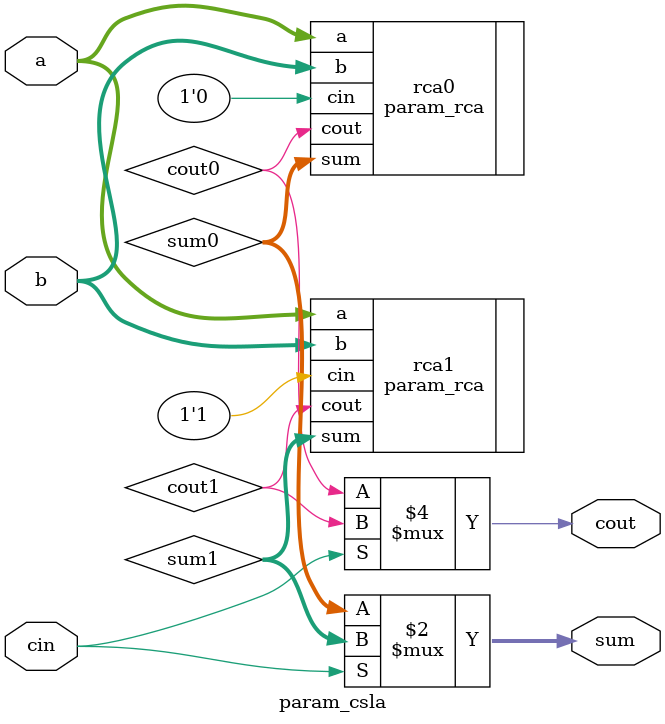
<source format=v>
`timescale 1ns / 1ps


module param_csla #(
    parameter WIDTH = 8,
    parameter APPROX = 1     //0=exact, 1=full
)(
    input  wire [WIDTH-1:0] a,
    input  wire [WIDTH-1:0] b,
    input  wire             cin,
    output wire [WIDTH-1:0] sum,
    output wire             cout
);

wire [WIDTH-1:0] sum0, sum1;
wire cout0, cout1;

// RCA assuming carry-in = 0
param_rca #(
    .WIDTH(WIDTH),
    .APPROX(APPROX)
) rca0 (
    .a(a),
    .b(b),
    .cin(1'b0),
    .sum(sum0),
    .cout(cout0)
);

// RCA assuming carry-in = 1
param_rca #(
    .WIDTH(WIDTH),
    .APPROX(APPROX)
) rca1 (
    .a(a),
    .b(b),
    .cin(1'b1),
    .sum(sum1),
    .cout(cout1)
);

// Multiplexer logic to select correct result
assign sum  = (cin == 1'b0) ? sum0  : sum1;
assign cout = (cin == 1'b0) ? cout0 : cout1;

endmodule


</source>
